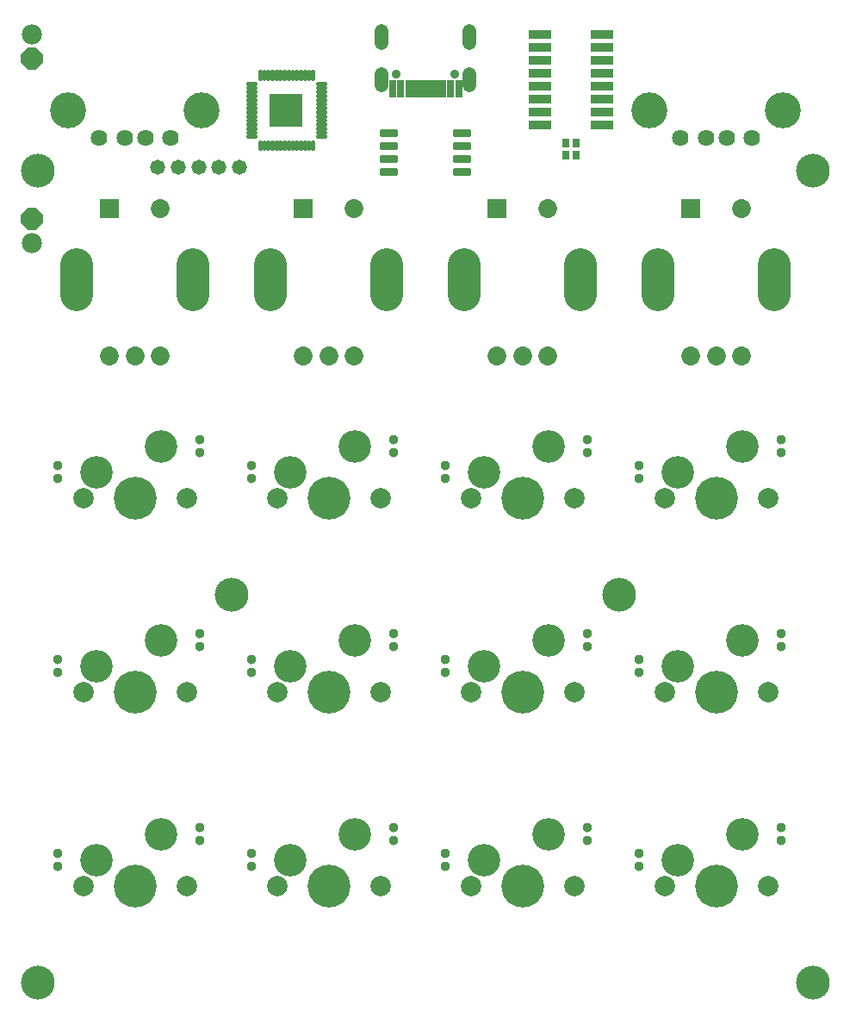
<source format=gbr>
G04 EAGLE Gerber RS-274X export*
G75*
%MOMM*%
%FSLAX34Y34*%
%LPD*%
%INSoldermask Top*%
%IPPOS*%
%AMOC8*
5,1,8,0,0,1.08239X$1,22.5*%
G01*
%ADD10C,4.203200*%
%ADD11C,2.004800*%
%ADD12C,3.203200*%
%ADD13C,0.961200*%
%ADD14R,1.853200X1.853200*%
%ADD15C,1.853200*%
%ADD16C,3.203200*%
%ADD17P,2.309387X8X112.500000*%
%ADD18P,2.309387X8X292.500000*%
%ADD19C,1.981200*%
%ADD20C,0.344606*%
%ADD21C,0.254016*%
%ADD22R,3.303200X3.303200*%
%ADD23C,1.625600*%
%ADD24C,3.530600*%
%ADD25R,2.235200X0.863600*%
%ADD26R,0.803200X1.653200*%
%ADD27R,0.503200X1.653200*%
%ADD28C,1.361200*%
%ADD29C,0.903200*%
%ADD30R,0.803200X0.903200*%
%ADD31C,1.473200*%
%ADD32C,3.319200*%


D10*
X190500Y571500D03*
D11*
X139700Y571500D03*
X241300Y571500D03*
D12*
X152400Y596900D03*
X215900Y622300D03*
D13*
X114300Y603250D03*
X114300Y590550D03*
X254000Y628650D03*
X254000Y615950D03*
D10*
X381000Y571500D03*
D11*
X330200Y571500D03*
X431800Y571500D03*
D12*
X342900Y596900D03*
X406400Y622300D03*
D13*
X304800Y603250D03*
X304800Y590550D03*
X444500Y628650D03*
X444500Y615950D03*
D10*
X571500Y571500D03*
D11*
X520700Y571500D03*
X622300Y571500D03*
D12*
X533400Y596900D03*
X596900Y622300D03*
D13*
X495300Y603250D03*
X495300Y590550D03*
X635000Y628650D03*
X635000Y615950D03*
D10*
X762000Y571500D03*
D11*
X711200Y571500D03*
X812800Y571500D03*
D12*
X723900Y596900D03*
X787400Y622300D03*
D13*
X685800Y603250D03*
X685800Y590550D03*
X825500Y628650D03*
X825500Y615950D03*
D10*
X190500Y381000D03*
D11*
X139700Y381000D03*
X241300Y381000D03*
D12*
X152400Y406400D03*
X215900Y431800D03*
D13*
X114300Y412750D03*
X114300Y400050D03*
X254000Y438150D03*
X254000Y425450D03*
D10*
X381000Y381000D03*
D11*
X330200Y381000D03*
X431800Y381000D03*
D12*
X342900Y406400D03*
X406400Y431800D03*
D13*
X304800Y412750D03*
X304800Y400050D03*
X444500Y438150D03*
X444500Y425450D03*
D10*
X571500Y381000D03*
D11*
X520700Y381000D03*
X622300Y381000D03*
D12*
X533400Y406400D03*
X596900Y431800D03*
D13*
X495300Y412750D03*
X495300Y400050D03*
X635000Y438150D03*
X635000Y425450D03*
D10*
X762000Y381000D03*
D11*
X711200Y381000D03*
X812800Y381000D03*
D12*
X723900Y406400D03*
X787400Y431800D03*
D13*
X685800Y412750D03*
X685800Y400050D03*
X825500Y438150D03*
X825500Y425450D03*
D10*
X190500Y190500D03*
D11*
X139700Y190500D03*
X241300Y190500D03*
D12*
X152400Y215900D03*
X215900Y241300D03*
D13*
X114300Y222250D03*
X114300Y209550D03*
X254000Y247650D03*
X254000Y234950D03*
D10*
X381000Y190500D03*
D11*
X330200Y190500D03*
X431800Y190500D03*
D12*
X342900Y215900D03*
X406400Y241300D03*
D13*
X304800Y222250D03*
X304800Y209550D03*
X444500Y247650D03*
X444500Y234950D03*
D10*
X571500Y190500D03*
D11*
X520700Y190500D03*
X622300Y190500D03*
D12*
X533400Y215900D03*
X596900Y241300D03*
D13*
X495300Y222250D03*
X495300Y209550D03*
X635000Y247650D03*
X635000Y234950D03*
D10*
X762000Y190500D03*
D11*
X711200Y190500D03*
X812800Y190500D03*
D12*
X723900Y215900D03*
X787400Y241300D03*
D13*
X685800Y222250D03*
X685800Y209550D03*
X825500Y247650D03*
X825500Y234950D03*
D14*
X165500Y855813D03*
D15*
X215500Y855813D03*
X165500Y710813D03*
X190500Y710813D03*
X215500Y710813D03*
D16*
X133500Y770813D02*
X133500Y800813D01*
X247500Y800813D02*
X247500Y770813D01*
D14*
X356000Y855813D03*
D15*
X406000Y855813D03*
X356000Y710813D03*
X381000Y710813D03*
X406000Y710813D03*
D16*
X324000Y770813D02*
X324000Y800813D01*
X438000Y800813D02*
X438000Y770813D01*
D14*
X546500Y855813D03*
D15*
X596500Y855813D03*
X546500Y710813D03*
X571500Y710813D03*
X596500Y710813D03*
D16*
X514500Y770813D02*
X514500Y800813D01*
X628500Y800813D02*
X628500Y770813D01*
D14*
X737000Y855813D03*
D15*
X787000Y855813D03*
X737000Y710813D03*
X762000Y710813D03*
X787000Y710813D03*
D16*
X705000Y770813D02*
X705000Y800813D01*
X819000Y800813D02*
X819000Y770813D01*
D17*
X89297Y1003102D03*
D18*
X89297Y845344D03*
D19*
X89297Y1026914D03*
X89297Y821531D03*
D20*
X504957Y893971D02*
X519643Y893971D01*
X519643Y889585D01*
X504957Y889585D01*
X504957Y893971D01*
X504957Y892859D02*
X519643Y892859D01*
X519643Y906671D02*
X504957Y906671D01*
X519643Y906671D02*
X519643Y902285D01*
X504957Y902285D01*
X504957Y906671D01*
X504957Y905559D02*
X519643Y905559D01*
X519643Y919371D02*
X504957Y919371D01*
X519643Y919371D02*
X519643Y914985D01*
X504957Y914985D01*
X504957Y919371D01*
X504957Y918259D02*
X519643Y918259D01*
X519643Y932071D02*
X504957Y932071D01*
X519643Y932071D02*
X519643Y927685D01*
X504957Y927685D01*
X504957Y932071D01*
X504957Y930959D02*
X519643Y930959D01*
X447543Y932071D02*
X432857Y932071D01*
X447543Y932071D02*
X447543Y927685D01*
X432857Y927685D01*
X432857Y932071D01*
X432857Y930959D02*
X447543Y930959D01*
X447543Y919371D02*
X432857Y919371D01*
X447543Y919371D02*
X447543Y914985D01*
X432857Y914985D01*
X432857Y919371D01*
X432857Y918259D02*
X447543Y918259D01*
X447543Y906671D02*
X432857Y906671D01*
X447543Y906671D02*
X447543Y902285D01*
X432857Y902285D01*
X432857Y906671D01*
X432857Y905559D02*
X447543Y905559D01*
X447543Y893971D02*
X432857Y893971D01*
X447543Y893971D02*
X447543Y889585D01*
X432857Y889585D01*
X432857Y893971D01*
X432857Y892859D02*
X447543Y892859D01*
D21*
X301032Y977754D02*
X301032Y979246D01*
X308924Y979246D01*
X308924Y977754D01*
X301032Y977754D01*
X301032Y975246D02*
X301032Y973754D01*
X301032Y975246D02*
X308924Y975246D01*
X308924Y973754D01*
X301032Y973754D01*
X301032Y971246D02*
X301032Y969754D01*
X301032Y971246D02*
X308924Y971246D01*
X308924Y969754D01*
X301032Y969754D01*
X301032Y967246D02*
X301032Y965754D01*
X301032Y967246D02*
X308924Y967246D01*
X308924Y965754D01*
X301032Y965754D01*
X301032Y963246D02*
X301032Y961754D01*
X301032Y963246D02*
X308924Y963246D01*
X308924Y961754D01*
X301032Y961754D01*
X301032Y959246D02*
X301032Y957754D01*
X301032Y959246D02*
X308924Y959246D01*
X308924Y957754D01*
X301032Y957754D01*
X301032Y955246D02*
X301032Y953754D01*
X301032Y955246D02*
X308924Y955246D01*
X308924Y953754D01*
X301032Y953754D01*
X301032Y951246D02*
X301032Y949754D01*
X301032Y951246D02*
X308924Y951246D01*
X308924Y949754D01*
X301032Y949754D01*
X301032Y947246D02*
X301032Y945754D01*
X301032Y947246D02*
X308924Y947246D01*
X308924Y945754D01*
X301032Y945754D01*
X301032Y943246D02*
X301032Y941754D01*
X301032Y943246D02*
X308924Y943246D01*
X308924Y941754D01*
X301032Y941754D01*
X301032Y939246D02*
X301032Y937754D01*
X301032Y939246D02*
X308924Y939246D01*
X308924Y937754D01*
X301032Y937754D01*
X301032Y935246D02*
X301032Y933754D01*
X301032Y935246D02*
X308924Y935246D01*
X308924Y933754D01*
X301032Y933754D01*
X301032Y931246D02*
X301032Y929754D01*
X301032Y931246D02*
X308924Y931246D01*
X308924Y929754D01*
X301032Y929754D01*
X301032Y927246D02*
X301032Y925754D01*
X301032Y927246D02*
X308924Y927246D01*
X308924Y925754D01*
X301032Y925754D01*
X369732Y925754D02*
X369732Y927246D01*
X377624Y927246D01*
X377624Y925754D01*
X369732Y925754D01*
X369732Y929754D02*
X369732Y931246D01*
X377624Y931246D01*
X377624Y929754D01*
X369732Y929754D01*
X369732Y933754D02*
X369732Y935246D01*
X377624Y935246D01*
X377624Y933754D01*
X369732Y933754D01*
X369732Y937754D02*
X369732Y939246D01*
X377624Y939246D01*
X377624Y937754D01*
X369732Y937754D01*
X369732Y941754D02*
X369732Y943246D01*
X377624Y943246D01*
X377624Y941754D01*
X369732Y941754D01*
X369732Y945754D02*
X369732Y947246D01*
X377624Y947246D01*
X377624Y945754D01*
X369732Y945754D01*
X369732Y949754D02*
X369732Y951246D01*
X377624Y951246D01*
X377624Y949754D01*
X369732Y949754D01*
X369732Y953754D02*
X369732Y955246D01*
X377624Y955246D01*
X377624Y953754D01*
X369732Y953754D01*
X369732Y957754D02*
X369732Y959246D01*
X377624Y959246D01*
X377624Y957754D01*
X369732Y957754D01*
X369732Y961754D02*
X369732Y963246D01*
X377624Y963246D01*
X377624Y961754D01*
X369732Y961754D01*
X369732Y965754D02*
X369732Y967246D01*
X377624Y967246D01*
X377624Y965754D01*
X369732Y965754D01*
X369732Y969754D02*
X369732Y971246D01*
X377624Y971246D01*
X377624Y969754D01*
X369732Y969754D01*
X369732Y973754D02*
X369732Y975246D01*
X377624Y975246D01*
X377624Y973754D01*
X369732Y973754D01*
X369732Y977754D02*
X369732Y979246D01*
X377624Y979246D01*
X377624Y977754D01*
X369732Y977754D01*
X364582Y982904D02*
X364582Y990796D01*
X366074Y990796D01*
X366074Y982904D01*
X364582Y982904D01*
X364582Y985317D02*
X366074Y985317D01*
X366074Y987730D02*
X364582Y987730D01*
X364582Y990143D02*
X366074Y990143D01*
X360582Y990796D02*
X360582Y982904D01*
X360582Y990796D02*
X362074Y990796D01*
X362074Y982904D01*
X360582Y982904D01*
X360582Y985317D02*
X362074Y985317D01*
X362074Y987730D02*
X360582Y987730D01*
X360582Y990143D02*
X362074Y990143D01*
X356582Y990796D02*
X356582Y982904D01*
X356582Y990796D02*
X358074Y990796D01*
X358074Y982904D01*
X356582Y982904D01*
X356582Y985317D02*
X358074Y985317D01*
X358074Y987730D02*
X356582Y987730D01*
X356582Y990143D02*
X358074Y990143D01*
X352582Y990796D02*
X352582Y982904D01*
X352582Y990796D02*
X354074Y990796D01*
X354074Y982904D01*
X352582Y982904D01*
X352582Y985317D02*
X354074Y985317D01*
X354074Y987730D02*
X352582Y987730D01*
X352582Y990143D02*
X354074Y990143D01*
X348582Y990796D02*
X348582Y982904D01*
X348582Y990796D02*
X350074Y990796D01*
X350074Y982904D01*
X348582Y982904D01*
X348582Y985317D02*
X350074Y985317D01*
X350074Y987730D02*
X348582Y987730D01*
X348582Y990143D02*
X350074Y990143D01*
X344582Y990796D02*
X344582Y982904D01*
X344582Y990796D02*
X346074Y990796D01*
X346074Y982904D01*
X344582Y982904D01*
X344582Y985317D02*
X346074Y985317D01*
X346074Y987730D02*
X344582Y987730D01*
X344582Y990143D02*
X346074Y990143D01*
X340582Y990796D02*
X340582Y982904D01*
X340582Y990796D02*
X342074Y990796D01*
X342074Y982904D01*
X340582Y982904D01*
X340582Y985317D02*
X342074Y985317D01*
X342074Y987730D02*
X340582Y987730D01*
X340582Y990143D02*
X342074Y990143D01*
X336582Y990796D02*
X336582Y982904D01*
X336582Y990796D02*
X338074Y990796D01*
X338074Y982904D01*
X336582Y982904D01*
X336582Y985317D02*
X338074Y985317D01*
X338074Y987730D02*
X336582Y987730D01*
X336582Y990143D02*
X338074Y990143D01*
X332582Y990796D02*
X332582Y982904D01*
X332582Y990796D02*
X334074Y990796D01*
X334074Y982904D01*
X332582Y982904D01*
X332582Y985317D02*
X334074Y985317D01*
X334074Y987730D02*
X332582Y987730D01*
X332582Y990143D02*
X334074Y990143D01*
X328582Y990796D02*
X328582Y982904D01*
X328582Y990796D02*
X330074Y990796D01*
X330074Y982904D01*
X328582Y982904D01*
X328582Y985317D02*
X330074Y985317D01*
X330074Y987730D02*
X328582Y987730D01*
X328582Y990143D02*
X330074Y990143D01*
X324582Y990796D02*
X324582Y982904D01*
X324582Y990796D02*
X326074Y990796D01*
X326074Y982904D01*
X324582Y982904D01*
X324582Y985317D02*
X326074Y985317D01*
X326074Y987730D02*
X324582Y987730D01*
X324582Y990143D02*
X326074Y990143D01*
X320582Y990796D02*
X320582Y982904D01*
X320582Y990796D02*
X322074Y990796D01*
X322074Y982904D01*
X320582Y982904D01*
X320582Y985317D02*
X322074Y985317D01*
X322074Y987730D02*
X320582Y987730D01*
X320582Y990143D02*
X322074Y990143D01*
X316582Y990796D02*
X316582Y982904D01*
X316582Y990796D02*
X318074Y990796D01*
X318074Y982904D01*
X316582Y982904D01*
X316582Y985317D02*
X318074Y985317D01*
X318074Y987730D02*
X316582Y987730D01*
X316582Y990143D02*
X318074Y990143D01*
X312582Y990796D02*
X312582Y982904D01*
X312582Y990796D02*
X314074Y990796D01*
X314074Y982904D01*
X312582Y982904D01*
X312582Y985317D02*
X314074Y985317D01*
X314074Y987730D02*
X312582Y987730D01*
X312582Y990143D02*
X314074Y990143D01*
X312582Y922096D02*
X312582Y914204D01*
X312582Y922096D02*
X314074Y922096D01*
X314074Y914204D01*
X312582Y914204D01*
X312582Y916617D02*
X314074Y916617D01*
X314074Y919030D02*
X312582Y919030D01*
X312582Y921443D02*
X314074Y921443D01*
X316582Y922096D02*
X316582Y914204D01*
X316582Y922096D02*
X318074Y922096D01*
X318074Y914204D01*
X316582Y914204D01*
X316582Y916617D02*
X318074Y916617D01*
X318074Y919030D02*
X316582Y919030D01*
X316582Y921443D02*
X318074Y921443D01*
X320582Y922096D02*
X320582Y914204D01*
X320582Y922096D02*
X322074Y922096D01*
X322074Y914204D01*
X320582Y914204D01*
X320582Y916617D02*
X322074Y916617D01*
X322074Y919030D02*
X320582Y919030D01*
X320582Y921443D02*
X322074Y921443D01*
X324582Y922096D02*
X324582Y914204D01*
X324582Y922096D02*
X326074Y922096D01*
X326074Y914204D01*
X324582Y914204D01*
X324582Y916617D02*
X326074Y916617D01*
X326074Y919030D02*
X324582Y919030D01*
X324582Y921443D02*
X326074Y921443D01*
X328582Y922096D02*
X328582Y914204D01*
X328582Y922096D02*
X330074Y922096D01*
X330074Y914204D01*
X328582Y914204D01*
X328582Y916617D02*
X330074Y916617D01*
X330074Y919030D02*
X328582Y919030D01*
X328582Y921443D02*
X330074Y921443D01*
X332582Y922096D02*
X332582Y914204D01*
X332582Y922096D02*
X334074Y922096D01*
X334074Y914204D01*
X332582Y914204D01*
X332582Y916617D02*
X334074Y916617D01*
X334074Y919030D02*
X332582Y919030D01*
X332582Y921443D02*
X334074Y921443D01*
X336582Y922096D02*
X336582Y914204D01*
X336582Y922096D02*
X338074Y922096D01*
X338074Y914204D01*
X336582Y914204D01*
X336582Y916617D02*
X338074Y916617D01*
X338074Y919030D02*
X336582Y919030D01*
X336582Y921443D02*
X338074Y921443D01*
X340582Y922096D02*
X340582Y914204D01*
X340582Y922096D02*
X342074Y922096D01*
X342074Y914204D01*
X340582Y914204D01*
X340582Y916617D02*
X342074Y916617D01*
X342074Y919030D02*
X340582Y919030D01*
X340582Y921443D02*
X342074Y921443D01*
X344582Y922096D02*
X344582Y914204D01*
X344582Y922096D02*
X346074Y922096D01*
X346074Y914204D01*
X344582Y914204D01*
X344582Y916617D02*
X346074Y916617D01*
X346074Y919030D02*
X344582Y919030D01*
X344582Y921443D02*
X346074Y921443D01*
X348582Y922096D02*
X348582Y914204D01*
X348582Y922096D02*
X350074Y922096D01*
X350074Y914204D01*
X348582Y914204D01*
X348582Y916617D02*
X350074Y916617D01*
X350074Y919030D02*
X348582Y919030D01*
X348582Y921443D02*
X350074Y921443D01*
X352582Y922096D02*
X352582Y914204D01*
X352582Y922096D02*
X354074Y922096D01*
X354074Y914204D01*
X352582Y914204D01*
X352582Y916617D02*
X354074Y916617D01*
X354074Y919030D02*
X352582Y919030D01*
X352582Y921443D02*
X354074Y921443D01*
X356582Y922096D02*
X356582Y914204D01*
X356582Y922096D02*
X358074Y922096D01*
X358074Y914204D01*
X356582Y914204D01*
X356582Y916617D02*
X358074Y916617D01*
X358074Y919030D02*
X356582Y919030D01*
X356582Y921443D02*
X358074Y921443D01*
X360582Y922096D02*
X360582Y914204D01*
X360582Y922096D02*
X362074Y922096D01*
X362074Y914204D01*
X360582Y914204D01*
X360582Y916617D02*
X362074Y916617D01*
X362074Y919030D02*
X360582Y919030D01*
X360582Y921443D02*
X362074Y921443D01*
X364582Y922096D02*
X364582Y914204D01*
X364582Y922096D02*
X366074Y922096D01*
X366074Y914204D01*
X364582Y914204D01*
X364582Y916617D02*
X366074Y916617D01*
X366074Y919030D02*
X364582Y919030D01*
X364582Y921443D02*
X366074Y921443D01*
D22*
X339328Y952500D03*
D23*
X225425Y925322D03*
X200533Y925322D03*
X180467Y925322D03*
X155575Y925322D03*
D24*
X124841Y952500D03*
X256159Y952500D03*
D23*
X796925Y925322D03*
X772033Y925322D03*
X751967Y925322D03*
X727075Y925322D03*
D24*
X696341Y952500D03*
X827659Y952500D03*
D25*
X588391Y1026716D03*
X649859Y1026716D03*
X588391Y1014016D03*
X588391Y1001316D03*
X649859Y1014016D03*
X649859Y1001316D03*
X588391Y988616D03*
X649859Y988616D03*
X588391Y975916D03*
X649859Y975916D03*
X588391Y963216D03*
X588391Y950516D03*
X649859Y963216D03*
X649859Y950516D03*
X588391Y937816D03*
X649859Y937816D03*
D26*
X508750Y972988D03*
X500750Y972988D03*
D27*
X478750Y972988D03*
X483750Y972988D03*
X488750Y972988D03*
X493750Y972988D03*
X473750Y972988D03*
X468750Y972988D03*
X463750Y972988D03*
X458750Y972988D03*
D26*
X451750Y972988D03*
X443750Y972988D03*
D28*
X519450Y976348D02*
X519450Y987928D01*
X433050Y987928D02*
X433050Y976348D01*
X519450Y1018148D02*
X519450Y1029728D01*
X433050Y1029728D02*
X433050Y1018148D01*
D29*
X505150Y987438D03*
X447350Y987438D03*
D30*
X614125Y919758D03*
X624125Y919758D03*
X614125Y907852D03*
X624125Y907852D03*
D31*
X253008Y895945D03*
X233008Y895945D03*
X273008Y895945D03*
X293008Y895945D03*
X213008Y895945D03*
D32*
X857250Y95250D03*
X95250Y95250D03*
X95250Y892969D03*
X857250Y892969D03*
X285750Y476250D03*
X666750Y476250D03*
M02*

</source>
